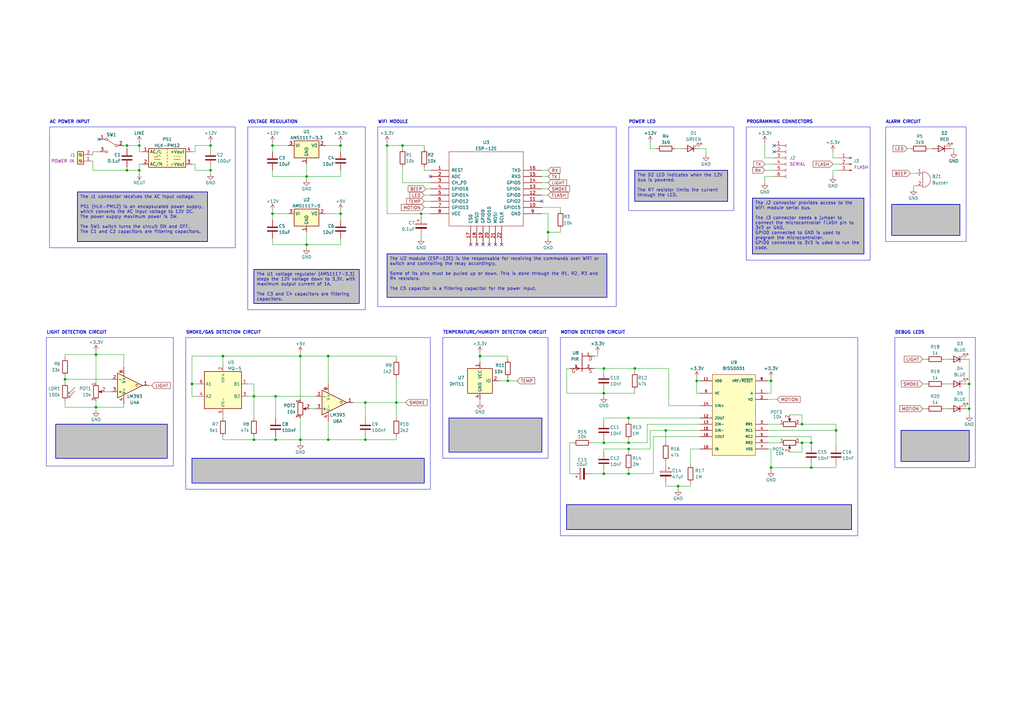
<source format=kicad_sch>
(kicad_sch (version 20230121) (generator eeschema)
  (paper "A3")
  (title_block (title "Sensor Module") (date "2024-06-20") (rev "1.0") (company "Alan Carvalho"))
  (junction (at 111.76 87.63))
  (junction (at 257.81 194.31))
  (junction (at 139.7 59.69))
  (junction (at 273.05 176.53))
  (junction (at 52.07 59.69))
  (junction (at 257.81 181.61))
  (junction (at 52.07 69.85))
  (junction (at 165.1 59.69))
  (junction (at 247.65 194.31))
  (junction (at 224.79 95.25))
  (junction (at 208.28 156.21))
  (junction (at 26.67 155.575))
  (junction (at 316.23 191.77))
  (junction (at 39.37 145.415))
  (junction (at 397.51 157.48))
  (junction (at 196.85 146.05))
  (junction (at 397.51 167.64))
  (junction (at 158.75 59.69))
  (junction (at 342.9 176.53))
  (junction (at 328.93 173.99))
  (junction (at 113.03 162.56))
  (junction (at 257.81 184.15))
  (junction (at 57.15 59.69))
  (junction (at 134.62 146.05))
  (junction (at 125.73 100.33))
  (junction (at 57.15 69.85))
  (junction (at 39.37 167.005))
  (junction (at 332.74 181.61))
  (junction (at 78.74 157.48))
  (junction (at 247.65 161.29))
  (junction (at 316.23 156.21))
  (junction (at 125.73 72.39))
  (junction (at 260.35 151.13))
  (junction (at 111.76 59.69))
  (junction (at 104.14 162.56))
  (junction (at 285.75 156.21))
  (junction (at 278.13 199.39))
  (junction (at 123.19 146.05))
  (junction (at 332.74 191.77))
  (junction (at 257.81 171.45))
  (junction (at 123.19 180.34))
  (junction (at 162.56 165.1))
  (junction (at 247.65 151.13))
  (junction (at 247.65 181.61))
  (junction (at 91.44 146.05))
  (junction (at 172.72 87.63))
  (junction (at 86.36 59.69))
  (junction (at 139.7 87.63))
  (junction (at 328.93 181.61))
  (junction (at 149.86 180.34))
  (junction (at 149.86 165.1))
  (junction (at 86.36 69.85))
  (junction (at 113.03 180.34))
  (junction (at 104.14 180.34))
  (junction (at 134.62 180.34))
  (no_connect (at 317.5 59.69))
  (no_connect (at 205.74 100.33))
  (no_connect (at 198.12 100.33))
  (no_connect (at 317.5 62.23))
  (no_connect (at 193.04 100.33))
  (no_connect (at 200.66 100.33))
  (no_connect (at 203.2 100.33))
  (no_connect (at 40.64 57.15))
  (no_connect (at 222.25 82.55))
  (no_connect (at 195.58 100.33))
  (no_connect (at 176.53 72.39))
  (wire (pts (xy 257.81 171.45) (xy 247.65 171.45)))
  (wire (pts (xy 111.76 97.79) (xy 111.76 100.33)))
  (wire (pts (xy 285.75 161.29) (xy 285.75 156.21)))
  (wire (pts (xy 113.03 180.34) (xy 104.14 180.34)))
  (wire (pts (xy 247.65 184.15) (xy 257.81 184.15)))
  (wire (pts (xy 257.81 194.31) (xy 267.97 194.31)))
  (wire (pts (xy 104.14 157.48) (xy 104.14 162.56)))
  (wire (pts (xy 78.74 162.56) (xy 81.28 162.56)))
  (wire (pts (xy 91.44 146.05) (xy 91.44 149.86)))
  (wire (pts (xy 81.28 157.48) (xy 78.74 157.48)))
  (wire (pts (xy 196.85 163.83) (xy 196.85 165.1)))
  (wire (pts (xy 332.74 190.5) (xy 332.74 191.77)))
  (wire (pts (xy 78.74 146.05) (xy 78.74 157.48)))
  (wire (pts (xy 222.25 74.93) (xy 224.79 74.93)))
  (wire (pts (xy 162.56 180.34) (xy 149.86 180.34)))
  (wire (pts (xy 274.32 166.37) (xy 287.02 166.37)))
  (wire (pts (xy 314.96 161.29) (xy 316.23 161.29)))
  (wire (pts (xy 39.37 164.465) (xy 39.37 167.005)))
  (wire (pts (xy 323.85 185.42) (xy 328.93 185.42)))
  (wire (pts (xy 125.73 72.39) (xy 111.76 72.39)))
  (wire (pts (xy 387.35 147.32) (xy 388.62 147.32)))
  (wire (pts (xy 229.87 93.98) (xy 229.87 95.25)))
  (wire (pts (xy 52.07 59.69) (xy 57.15 59.69)))
  (wire (pts (xy 26.67 167.005) (xy 39.37 167.005)))
  (wire (pts (xy 224.79 95.25) (xy 229.87 95.25)))
  (wire (pts (xy 50.8 59.69) (xy 52.07 59.69)))
  (wire (pts (xy 139.7 97.79) (xy 139.7 100.33)))
  (wire (pts (xy 313.69 72.39) (xy 317.5 72.39)))
  (wire (pts (xy 314.96 176.53) (xy 342.9 176.53)))
  (wire (pts (xy 139.7 86.36) (xy 139.7 87.63)))
  (wire (pts (xy 232.41 151.13) (xy 232.41 161.29)))
  (wire (pts (xy 332.74 181.61) (xy 332.74 179.07)))
  (wire (pts (xy 224.79 87.63) (xy 222.25 87.63)))
  (wire (pts (xy 149.86 179.07) (xy 149.86 180.34)))
  (wire (pts (xy 91.44 180.34) (xy 104.14 180.34)))
  (wire (pts (xy 173.99 85.09) (xy 176.53 85.09)))
  (wire (pts (xy 222.25 80.01) (xy 224.79 80.01)))
  (wire (pts (xy 327.66 173.99) (xy 328.93 173.99)))
  (wire (pts (xy 57.15 62.23) (xy 58.42 62.23)))
  (wire (pts (xy 91.44 179.07) (xy 91.44 180.34)))
  (wire (pts (xy 173.99 80.01) (xy 176.53 80.01)))
  (wire (pts (xy 341.63 72.39) (xy 341.63 69.85)))
  (wire (pts (xy 372.11 60.96) (xy 373.38 60.96)))
  (wire (pts (xy 283.21 184.15) (xy 287.02 184.15)))
  (wire (pts (xy 57.15 58.42) (xy 57.15 59.69)))
  (wire (pts (xy 173.99 82.55) (xy 176.53 82.55)))
  (wire (pts (xy 86.36 59.69) (xy 86.36 60.96)))
  (wire (pts (xy 39.37 167.005) (xy 39.37 168.275)))
  (wire (pts (xy 57.15 67.31) (xy 58.42 67.31)))
  (wire (pts (xy 26.67 146.685) (xy 26.67 145.415)))
  (wire (pts (xy 222.25 72.39) (xy 224.79 72.39)))
  (wire (pts (xy 314.96 163.83) (xy 318.77 163.83)))
  (wire (pts (xy 196.85 144.78) (xy 196.85 146.05)))
  (wire (pts (xy 342.9 190.5) (xy 342.9 191.77)))
  (wire (pts (xy 111.76 86.36) (xy 111.76 87.63)))
  (wire (pts (xy 38.1 66.04) (xy 38.1 69.85)))
  (wire (pts (xy 134.62 146.05) (xy 123.19 146.05)))
  (wire (pts (xy 316.23 191.77) (xy 332.74 191.77)))
  (wire (pts (xy 26.67 155.575) (xy 26.67 156.845)))
  (wire (pts (xy 378.46 157.48) (xy 379.73 157.48)))
  (wire (pts (xy 342.9 173.99) (xy 342.9 176.53)))
  (wire (pts (xy 52.07 59.69) (xy 52.07 60.96)))
  (wire (pts (xy 208.28 146.05) (xy 196.85 146.05)))
  (wire (pts (xy 313.69 64.77) (xy 317.5 64.77)))
  (wire (pts (xy 247.65 161.29) (xy 247.65 162.56)))
  (wire (pts (xy 257.81 171.45) (xy 257.81 172.72)))
  (wire (pts (xy 285.75 154.94) (xy 285.75 156.21)))
  (wire (pts (xy 173.99 69.85) (xy 173.99 68.58)))
  (wire (pts (xy 50.8 167.005) (xy 39.37 167.005)))
  (wire (pts (xy 174.625 77.47) (xy 176.53 77.47)))
  (wire (pts (xy 245.11 146.05) (xy 245.11 144.78)))
  (wire (pts (xy 50.8 145.415) (xy 50.8 150.495)))
  (wire (pts (xy 101.6 162.56) (xy 104.14 162.56)))
  (wire (pts (xy 341.63 69.85) (xy 344.17 69.85)))
  (wire (pts (xy 39.37 145.415) (xy 39.37 156.845)))
  (wire (pts (xy 113.03 179.07) (xy 113.03 180.34)))
  (wire (pts (xy 313.69 74.93) (xy 313.69 72.39)))
  (wire (pts (xy 113.03 162.56) (xy 129.54 162.56)))
  (wire (pts (xy 266.7 176.53) (xy 266.7 184.15)))
  (wire (pts (xy 162.56 165.1) (xy 166.37 165.1)))
  (wire (pts (xy 287.02 161.29) (xy 285.75 161.29)))
  (wire (pts (xy 111.76 59.69) (xy 118.11 59.69)))
  (wire (pts (xy 289.56 60.96) (xy 289.56 63.5)))
  (wire (pts (xy 86.36 59.69) (xy 86.36 58.42)))
  (wire (pts (xy 162.56 179.07) (xy 162.56 180.34)))
  (wire (pts (xy 86.36 71.12) (xy 86.36 69.85)))
  (wire (pts (xy 341.63 67.31) (xy 344.17 67.31)))
  (wire (pts (xy 208.28 156.21) (xy 212.09 156.21)))
  (wire (pts (xy 287.02 173.99) (xy 265.43 173.99)))
  (wire (pts (xy 260.35 151.13) (xy 260.35 152.4)))
  (wire (pts (xy 328.93 181.61) (xy 332.74 181.61)))
  (wire (pts (xy 232.41 161.29) (xy 247.65 161.29)))
  (wire (pts (xy 247.65 180.34) (xy 247.65 181.61)))
  (wire (pts (xy 257.81 181.61) (xy 265.43 181.61)))
  (wire (pts (xy 378.46 147.32) (xy 379.73 147.32)))
  (wire (pts (xy 257.81 184.15) (xy 266.7 184.15)))
  (wire (pts (xy 111.76 58.42) (xy 111.76 59.69)))
  (wire (pts (xy 313.69 58.42) (xy 313.69 64.77)))
  (wire (pts (xy 224.79 95.25) (xy 224.79 87.63)))
  (wire (pts (xy 111.76 69.85) (xy 111.76 72.39)))
  (wire (pts (xy 39.37 144.145) (xy 39.37 145.415)))
  (wire (pts (xy 323.85 170.18) (xy 328.93 170.18)))
  (wire (pts (xy 397.51 147.32) (xy 397.51 157.48)))
  (wire (pts (xy 125.73 72.39) (xy 125.73 73.66)))
  (wire (pts (xy 242.57 181.61) (xy 247.65 181.61)))
  (wire (pts (xy 273.05 198.12) (xy 273.05 199.39)))
  (wire (pts (xy 162.56 154.94) (xy 162.56 165.1)))
  (wire (pts (xy 247.65 171.45) (xy 247.65 172.72)))
  (wire (pts (xy 273.05 176.53) (xy 287.02 176.53)))
  (wire (pts (xy 139.7 58.42) (xy 139.7 59.69)))
  (wire (pts (xy 332.74 182.88) (xy 332.74 181.61)))
  (wire (pts (xy 342.9 176.53) (xy 342.9 182.88)))
  (wire (pts (xy 176.53 69.85) (xy 173.99 69.85)))
  (wire (pts (xy 176.53 74.93) (xy 165.1 74.93)))
  (wire (pts (xy 149.86 180.34) (xy 134.62 180.34)))
  (wire (pts (xy 283.21 190.5) (xy 283.21 184.15)))
  (wire (pts (xy 104.14 162.56) (xy 104.14 171.45)))
  (wire (pts (xy 123.19 180.34) (xy 113.03 180.34)))
  (wire (pts (xy 397.51 157.48) (xy 397.51 167.64)))
  (wire (pts (xy 327.66 181.61) (xy 328.93 181.61)))
  (wire (pts (xy 316.23 184.15) (xy 314.96 184.15)))
  (wire (pts (xy 247.65 151.13) (xy 243.84 151.13)))
  (wire (pts (xy 396.24 147.32) (xy 397.51 147.32)))
  (wire (pts (xy 260.35 151.13) (xy 274.32 151.13)))
  (wire (pts (xy 139.7 87.63) (xy 133.35 87.63)))
  (wire (pts (xy 172.72 96.52) (xy 172.72 97.79)))
  (wire (pts (xy 287.02 60.96) (xy 289.56 60.96)))
  (wire (pts (xy 222.25 77.47) (xy 224.79 77.47)))
  (wire (pts (xy 125.73 95.25) (xy 125.73 100.33)))
  (wire (pts (xy 80.01 67.31) (xy 78.74 67.31)))
  (wire (pts (xy 165.1 74.93) (xy 165.1 68.58)))
  (wire (pts (xy 287.02 179.07) (xy 267.97 179.07)))
  (wire (pts (xy 314.96 179.07) (xy 332.74 179.07)))
  (wire (pts (xy 39.37 145.415) (xy 50.8 145.415)))
  (wire (pts (xy 257.81 184.15) (xy 257.81 185.42)))
  (wire (pts (xy 127 167.64) (xy 129.54 167.64)))
  (wire (pts (xy 208.28 147.32) (xy 208.28 146.05)))
  (wire (pts (xy 387.35 157.48) (xy 388.62 157.48)))
  (wire (pts (xy 80.01 62.23) (xy 78.74 62.23)))
  (wire (pts (xy 234.95 194.31) (xy 233.68 194.31)))
  (wire (pts (xy 134.62 180.34) (xy 123.19 180.34)))
  (wire (pts (xy 43.18 160.655) (xy 45.72 160.655)))
  (wire (pts (xy 162.56 165.1) (xy 162.56 171.45)))
  (wire (pts (xy 123.19 144.78) (xy 123.19 146.05)))
  (wire (pts (xy 283.21 199.39) (xy 283.21 198.12)))
  (wire (pts (xy 381 60.96) (xy 382.27 60.96)))
  (wire (pts (xy 233.68 151.13) (xy 232.41 151.13)))
  (wire (pts (xy 391.16 62.23) (xy 391.16 60.96)))
  (wire (pts (xy 139.7 90.17) (xy 139.7 87.63)))
  (wire (pts (xy 243.84 146.05) (xy 245.11 146.05)))
  (wire (pts (xy 158.75 59.69) (xy 165.1 59.69)))
  (wire (pts (xy 267.97 179.07) (xy 267.97 194.31)))
  (wire (pts (xy 125.73 67.31) (xy 125.73 72.39)))
  (wire (pts (xy 111.76 90.17) (xy 111.76 87.63)))
  (wire (pts (xy 40.64 62.23) (xy 38.1 62.23)))
  (wire (pts (xy 224.79 97.79) (xy 224.79 95.25)))
  (wire (pts (xy 273.05 189.23) (xy 273.05 190.5)))
  (wire (pts (xy 134.62 172.72) (xy 134.62 180.34)))
  (wire (pts (xy 397.51 167.64) (xy 397.51 170.18)))
  (wire (pts (xy 162.56 165.1) (xy 149.86 165.1)))
  (wire (pts (xy 165.1 59.69) (xy 173.99 59.69)))
  (wire (pts (xy 233.68 181.61) (xy 234.95 181.61)))
  (wire (pts (xy 278.13 199.39) (xy 278.13 200.66)))
  (wire (pts (xy 247.65 152.4) (xy 247.65 151.13)))
  (wire (pts (xy 328.93 185.42) (xy 328.93 181.61)))
  (wire (pts (xy 38.1 62.23) (xy 38.1 63.5)))
  (wire (pts (xy 341.63 62.23) (xy 341.63 64.77)))
  (wire (pts (xy 123.19 146.05) (xy 91.44 146.05)))
  (wire (pts (xy 242.57 194.31) (xy 247.65 194.31)))
  (wire (pts (xy 125.73 100.33) (xy 111.76 100.33)))
  (wire (pts (xy 78.74 157.48) (xy 78.74 162.56)))
  (wire (pts (xy 158.75 58.42) (xy 158.75 59.69)))
  (wire (pts (xy 204.47 156.21) (xy 208.28 156.21)))
  (wire (pts (xy 391.16 60.96) (xy 389.89 60.96)))
  (wire (pts (xy 316.23 184.15) (xy 316.23 191.77)))
  (wire (pts (xy 139.7 69.85) (xy 139.7 72.39)))
  (wire (pts (xy 123.19 180.34) (xy 123.19 181.61)))
  (wire (pts (xy 208.28 154.94) (xy 208.28 156.21)))
  (wire (pts (xy 314.96 181.61) (xy 320.04 181.61)))
  (wire (pts (xy 316.23 193.04) (xy 316.23 191.77)))
  (wire (pts (xy 273.05 199.39) (xy 278.13 199.39)))
  (wire (pts (xy 139.7 72.39) (xy 125.73 72.39)))
  (wire (pts (xy 273.05 176.53) (xy 266.7 176.53)))
  (wire (pts (xy 26.67 145.415) (xy 39.37 145.415)))
  (wire (pts (xy 233.68 194.31) (xy 233.68 181.61)))
  (wire (pts (xy 80.01 67.31) (xy 80.01 69.85)))
  (wire (pts (xy 139.7 62.23) (xy 139.7 59.69)))
  (wire (pts (xy 101.6 157.48) (xy 104.14 157.48)))
  (wire (pts (xy 342.9 191.77) (xy 332.74 191.77)))
  (wire (pts (xy 52.07 69.85) (xy 57.15 69.85)))
  (wire (pts (xy 278.13 199.39) (xy 283.21 199.39)))
  (wire (pts (xy 158.75 87.63) (xy 172.72 87.63)))
  (wire (pts (xy 222.25 69.85) (xy 224.79 69.85)))
  (wire (pts (xy 396.24 157.48) (xy 397.51 157.48)))
  (wire (pts (xy 257.81 180.34) (xy 257.81 181.61)))
  (wire (pts (xy 91.44 146.05) (xy 78.74 146.05)))
  (wire (pts (xy 80.01 59.69) (xy 86.36 59.69)))
  (wire (pts (xy 26.67 155.575) (xy 45.72 155.575)))
  (wire (pts (xy 80.01 59.69) (xy 80.01 62.23)))
  (wire (pts (xy 328.93 170.18) (xy 328.93 173.99)))
  (wire (pts (xy 229.87 86.36) (xy 229.87 85.09)))
  (wire (pts (xy 26.67 164.465) (xy 26.67 167.005)))
  (wire (pts (xy 266.7 60.96) (xy 266.7 58.42)))
  (wire (pts (xy 316.23 156.21) (xy 316.23 154.94)))
  (wire (pts (xy 316.23 161.29) (xy 316.23 156.21)))
  (wire (pts (xy 247.65 185.42) (xy 247.65 184.15)))
  (wire (pts (xy 86.36 68.58) (xy 86.36 69.85)))
  (wire (pts (xy 134.62 146.05) (xy 134.62 157.48)))
  (wire (pts (xy 38.1 69.85) (xy 52.07 69.85)))
  (wire (pts (xy 57.15 59.69) (xy 57.15 62.23)))
  (wire (pts (xy 328.93 173.99) (xy 342.9 173.99)))
  (wire (pts (xy 125.73 100.33) (xy 125.73 101.6)))
  (wire (pts (xy 373.38 71.12) (xy 375.92 71.12)))
  (wire (pts (xy 378.46 167.64) (xy 379.73 167.64)))
  (wire (pts (xy 104.14 179.07) (xy 104.14 180.34)))
  (wire (pts (xy 57.15 69.85) (xy 57.15 67.31)))
  (wire (pts (xy 273.05 176.53) (xy 273.05 181.61)))
  (wire (pts (xy 158.75 59.69) (xy 158.75 87.63)))
  (wire (pts (xy 314.96 173.99) (xy 320.04 173.99)))
  (wire (pts (xy 134.62 146.05) (xy 162.56 146.05)))
  (wire (pts (xy 276.86 60.96) (xy 279.4 60.96)))
  (wire (pts (xy 285.75 156.21) (xy 287.02 156.21)))
  (wire (pts (xy 274.32 151.13) (xy 274.32 166.37)))
  (wire (pts (xy 50.8 165.735) (xy 50.8 167.005)))
  (wire (pts (xy 247.65 160.02) (xy 247.65 161.29)))
  (wire (pts (xy 139.7 59.69) (xy 133.35 59.69)))
  (wire (pts (xy 387.35 167.64) (xy 388.62 167.64)))
  (wire (pts (xy 60.96 158.115) (xy 62.23 158.115)))
  (wire (pts (xy 111.76 62.23) (xy 111.76 59.69)))
  (wire (pts (xy 139.7 100.33) (xy 125.73 100.33)))
  (wire (pts (xy 257.81 194.31) (xy 247.65 194.31)))
  (wire (pts (xy 260.35 160.02) (xy 260.35 161.29)))
  (wire (pts (xy 341.63 64.77) (xy 344.17 64.77)))
  (wire (pts (xy 144.78 165.1) (xy 149.86 165.1)))
  (wire (pts (xy 257.81 193.04) (xy 257.81 194.31)))
  (wire (pts (xy 80.01 69.85) (xy 86.36 69.85)))
  (wire (pts (xy 265.43 173.99) (xy 265.43 181.61)))
  (wire (pts (xy 196.85 146.05) (xy 196.85 148.59)))
  (wire (pts (xy 229.87 85.09) (xy 222.25 85.09)))
  (wire (pts (xy 123.19 146.05) (xy 123.19 163.83)))
  (wire (pts (xy 57.15 69.85) (xy 57.15 71.12)))
  (wire (pts (xy 149.86 165.1) (xy 149.86 171.45)))
  (wire (pts (xy 314.96 156.21) (xy 316.23 156.21)))
  (wire (pts (xy 374.65 76.2) (xy 375.92 76.2)))
  (wire (pts (xy 52.07 68.58) (xy 52.07 69.85)))
  (wire (pts (xy 269.24 60.96) (xy 266.7 60.96)))
  (wire (pts (xy 374.65 77.47) (xy 374.65 76.2)))
  (wire (pts (xy 396.24 167.64) (xy 397.51 167.64)))
  (wire (pts (xy 162.56 147.32) (xy 162.56 146.05)))
  (wire (pts (xy 173.99 60.96) (xy 173.99 59.69)))
  (wire (pts (xy 113.03 162.56) (xy 104.14 162.56)))
  (wire (pts (xy 247.65 161.29) (xy 260.35 161.29)))
  (wire (pts (xy 123.19 171.45) (xy 123.19 180.34)))
  (wire (pts (xy 247.65 193.04) (xy 247.65 194.31)))
  (wire (pts (xy 172.72 87.63) (xy 172.72 88.9)))
  (wire (pts (xy 26.67 154.305) (xy 26.67 155.575)))
  (wire (pts (xy 313.69 67.31) (xy 317.5 67.31)))
  (wire (pts (xy 257.81 181.61) (xy 247.65 181.61)))
  (wire (pts (xy 247.65 151.13) (xy 260.35 151.13)))
  (wire (pts (xy 257.81 171.45) (xy 287.02 171.45)))
  (wire (pts (xy 172.72 87.63) (xy 176.53 87.63)))
  (wire (pts (xy 111.76 87.63) (xy 118.11 87.63)))
  (wire (pts (xy 165.1 60.96) (xy 165.1 59.69)))
  (wire (pts (xy 91.44 170.18) (xy 91.44 171.45)))
  (wire (pts (xy 313.69 69.85) (xy 317.5 69.85)))
  (wire (pts (xy 113.03 171.45) (xy 113.03 162.56)))
  (rectangle (start 363.22 52.07) (end 396.24 99.06))
  (rectangle (start 76.2 138.43) (end 176.53 200.66))
  (rectangle (start 19.05 138.43) (end 71.12 191.135))
  (rectangle (start 306.07 52.07) (end 356.87 106.68))
  (rectangle (start 101.6 52.07) (end 149.86 127))
  (rectangle (start 154.94 52.07) (end 252.73 125.73))
  (rectangle (start 181.61 138.43) (end 224.79 187.96))
  (rectangle (start 229.87 138.43) (end 351.79 219.71))
  (rectangle (start 20.32 52.07) (end 96.52 101.6))
  (rectangle (start 257.81 52.07) (end 300.99 86.36))
  (rectangle (start 367.03 138.43) (end 400.05 191.77))
  (text_box "" (at 365.76 83.82 0) (size 27.94 12.7) (stroke (width 0.3)) (fill (type color) (color 194 194 194 1)) (effects (font (size 1.27 1.27)) (justify left top)))
  (text_box "The J1 connector receives the AC input voltage.\n\nPS1 (HLK-PM12) is an encapsulated power supply, which converts the AC input voltage to 12V DC.\nThe power supply maximum power is 3W. \n\nThe SW1 switch turns the circuit ON and OFF. \nThe C1 and C2 capacitors are filtering capacitors." (at 31.75 78.74 0) (size 53.34 20.32) (stroke (width 0.3)) (fill (type color) (color 194 194 194 1)) (effects (font (size 1.27 1.27)) (justify left top)))
  (text_box "The J2 connector provides access to the WiFi module serial bus.\n\nThe J3 connector needs a jumper to connect the microcontroller FLASH pin to 3V3 or GND.\nGPIO0 connected to GND is used to program the microcontroller.\nGPIO0 connected to 3V3 is uded to run the code." (at 308.61 81.28 0) (size 45.72 22.86) (stroke (width 0.3)) (fill (type color) (color 194 194 194 1)) (effects (font (size 1.27 1.27)) (justify left top)))
  (text_box "" (at 22.86 173.99 0) (size 45.72 13.97) (stroke (width 0.3)) (fill (type color) (color 194 194 194 1)) (effects (font (size 1.27 1.27)) (justify left top)))
  (text_box "The D2 LED indicates when the 12V bus is powered.\n\nThe R7 resistor limits the current through the LED." (at 260.35 69.85 0) (size 38.1 12.7) (stroke (width 0.3)) (fill (type color) (color 194 194 194 1)) (effects (font (size 1.27 1.27)) (justify left top)))
  (text_box "The U2 module (ESP-12E) is the responsable for receiving the commands over WiFi or switch and controlling the relay accordingly.\n\nSome of its pins must be pulled up or down. This is done through the R1, R2, R3 and R4 resistors.\n\nThe C5 capacitor is a filtering capacitor for the power input." (at 158.75 104.14 0) (size 90.17 17.78) (stroke (width 0.3)) (fill (type color) (color 194 194 194 1)) (effects (font (size 1.27 1.27)) (justify left top)))
  (text_box "" (at 184.15 171.45 0) (size 38.1 13.97) (stroke (width 0.3)) (fill (type color) (color 194 194 194 1)) (effects (font (size 1.27 1.27)) (justify left top)))
  (text_box "The U1 voltage regulator (AMS1117-3.3) steps the 12V voltage down to 3,3V, with maximum output current of 1A.\n \nThe C3 and C4 capacitors are filtering capacitors." (at 104.14 110.49 0) (size 43.18 13.97) (stroke (width 0.3)) (fill (type color) (color 194 194 194 1)) (effects (font (size 1.27 1.27)) (justify left top)))
  (text_box "" (at 232.41 207.01 0) (size 116.84 10.16) (stroke (width 0.3)) (fill (type color) (color 194 194 194 1)) (effects (font (size 1.27 1.27)) (justify left top)))
  (text_box "" (at 78.74 187.96 0) (size 95.25 10.16) (stroke (width 0.3)) (fill (type color) (color 194 194 194 1)) (effects (font (size 1.27 1.27)) (justify left top)))
  (text_box "" (at 369.57 176.53 0) (size 27.94 12.7) (stroke (width 0.3)) (fill (type color) (color 194 194 194 1)) (effects (font (size 1.27 1.27)) (justify left top)))
  (text "PROGRAMMING CONNECTORS" (at 306.07 50.8 0) (effects (font (size 1.27 1.27) (thickness 0.254) bold) (justify left bottom)))
  (text "POWER LED" (at 257.81 50.8 0) (effects (font (size 1.27 1.27) (thickness 0.254) bold) (justify left bottom)))
  (text "LIGHT DETECTION CIRCUIT" (at 19.05 137.16 0) (effects (font (size 1.27 1.27) (thickness 0.254) bold) (justify left bottom)))
  (text "AC POWER INPUT" (at 20.32 50.8 0) (effects (font (size 1.27 1.27) (thickness 0.254) bold) (justify left bottom)))
  (text "MOTION DETECTION CIRCUIT" (at 229.87 137.16 0) (effects (font (size 1.27 1.27) (thickness 0.254) bold) (justify left bottom)))
  (text "DEBUG LEDS" (at 367.03 137.16 0) (effects (font (size 1.27 1.27) (thickness 0.254) bold) (justify left bottom)))
  (text "SMOKE/GAS DETECTION CIRCUIT" (at 76.2 137.16 0) (effects (font (size 1.27 1.27) (thickness 0.254) bold) (justify left bottom)))
  (text "ALARM CIRCUIT" (at 363.22 50.8 0) (effects (font (size 1.27 1.27) (thickness 0.254) bold) (justify left bottom)))
  (text "WIFI MODULE" (at 154.94 50.8 0) (effects (font (size 1.27 1.27) (thickness 0.254) bold) (justify left bottom)))
  (text "VOLTAGE REGULATION" (at 101.6 50.8 0) (effects (font (size 1.27 1.27) (thickness 0.254) bold) (justify left bottom)))
  (text "TEMPERATURE/HUMIDITY DETECTION CIRCUIT" (at 181.61 137.16 0) (effects (font (size 1.27 1.27) (thickness 0.254) bold) (justify left bottom)))
  (global_label "TX" (shape input) (at 224.79 72.39 0) (property "Intersheetrefs" "${INTERSHEET_REFS}" (effects hide)))
  (global_label "SMOKE" (shape input) (at 224.79 77.47 0) (property "Intersheetrefs" "${INTERSHEET_REFS}" (effects hide)))
  (global_label "TX" (shape input) (at 313.69 67.31 180) (property "Intersheetrefs" "${INTERSHEET_REFS}" (effects hide)))
  (global_label "BEEP" (shape input) (at 174.625 77.47 180) (property "Intersheetrefs" "${INTERSHEET_REFS}" (effects hide)))
  (global_label "BEEP" (shape input) (at 373.38 71.12 180) (property "Intersheetrefs" "${INTERSHEET_REFS}" (effects hide)))
  (global_label "TEMP" (shape input) (at 212.09 156.21 0) (property "Intersheetrefs" "${INTERSHEET_REFS}" (effects hide)))
  (global_label "LIGHT" (shape input) (at 378.46 147.32 180) (property "Intersheetrefs" "${INTERSHEET_REFS}" (effects hide)))
  (global_label "MOTION" (shape input) (at 173.99 85.09 180) (property "Intersheetrefs" "${INTERSHEET_REFS}" (effects hide)))
  (global_label "MOTION" (shape input) (at 378.46 167.64 180) (property "Intersheetrefs" "${INTERSHEET_REFS}" (effects hide)))
  (global_label "LIGHT" (shape input) (at 62.23 158.115 0) (property "Intersheetrefs" "${INTERSHEET_REFS}" (effects hide)))
  (global_label "FLASH" (shape input) (at 341.63 67.31 180) (property "Intersheetrefs" "${INTERSHEET_REFS}" (effects hide)))
  (global_label "LED" (shape input) (at 372.11 60.96 180) (property "Intersheetrefs" "${INTERSHEET_REFS}" (effects hide)))
  (global_label "SMOKE" (shape input) (at 378.46 157.48 180) (property "Intersheetrefs" "${INTERSHEET_REFS}" (effects hide)))
  (global_label "SMOKE" (shape input) (at 166.37 165.1 0) (property "Intersheetrefs" "${INTERSHEET_REFS}" (effects hide)))
  (global_label "MOTION" (shape input) (at 318.77 163.83 0) (property "Intersheetrefs" "${INTERSHEET_REFS}" (effects hide)))
  (global_label "LED" (shape input) (at 173.99 80.01 180) (property "Intersheetrefs" "${INTERSHEET_REFS}" (effects hide)))
  (global_label "TEMP" (shape input) (at 173.99 82.55 180) (property "Intersheetrefs" "${INTERSHEET_REFS}" (effects hide)))
  (global_label "FLASH" (shape input) (at 224.79 80.01 0) (property "Intersheetrefs" "${INTERSHEET_REFS}" (effects hide)))
  (global_label "LIGHT" (shape input) (at 224.79 74.93 0) (property "Intersheetrefs" "${INTERSHEET_REFS}" (effects hide)))
  (global_label "RX" (shape input) (at 313.69 69.85 180) (property "Intersheetrefs" "${INTERSHEET_REFS}" (effects hide)))
  (global_label "RX" (shape input) (at 224.79 69.85 0) (property "Intersheetrefs" "${INTERSHEET_REFS}" (effects hide)))
  (symbol (lib_id "Switch:SW_SPDT") (at 45.72 59.69 0) (mirror y) (unit 1)
    (property "Reference" "SW1" (at 45.72 55.245 0))
    (property "Value" "SW_SPDT" (effects hide))
    (property "Footprint" "MyLibrary:Toggle_Switch_SelfLocking_7x7" (effects hide))
  )
  (symbol (lib_id "Device:C") (at 342.9 186.69 0) (unit 1)
    (property "Reference" "C16" (at 345.44 185.42 0) (effects (justify left)))
    (property "Value" "10nF" (at 345.44 187.96 0) (effects (justify left)))
    (property "Footprint" "Capacitor_SMD:C_0603_1608Metric" (effects hide))
    (property "Voltage" "16V" (effects hide))
  )
  (symbol (lib_id "Device:C_Polarized") (at 238.76 194.31 90) (unit 1)
    (property "Reference" "C13" (at 238.76 188.595 90))
    (property "Value" "10uF" (at 238.76 190.5 90))
    (property "Footprint" "Capacitor_SMD:CP_Elec_5x5.4" (effects hide))
  )
  (symbol (lib_id "power:+12V") (at 111.76 86.36 0) (unit 1)
    (property "Reference" "#PWR08" (effects hide))
    (property "Value" "+12V" (at 111.76 82.55 0))
  )
  (symbol (lib_id "power:+3.3V") (at 39.37 144.145 0) (unit 1)
    (property "Reference" "#PWR01" (effects hide))
    (property "Value" "+3.3V" (at 39.37 140.335 0))
  )
  (symbol (lib_id "Device:R") (at 208.28 151.13 0) (unit 1)
    (property "Reference" "R11" (at 205.105 149.86 0))
    (property "Value" "10k" (at 206.375 152.4 0) (effects (justify right)))
    (property "Footprint" "Resistor_SMD:R_0603_1608Metric" (effects hide))
    (property "Tolerance" "5%" (effects hide))
    (property "Power" "1/10W" (effects hide))
  )
  (symbol (lib_id "power:GND") (at 224.79 97.79 0) (unit 1)
    (property "Reference" "#PWR019" (effects hide))
    (property "Value" "GND" (at 224.79 101.6 0))
  )
  (symbol (lib_id "power:GND") (at 391.16 62.23 0) (unit 1)
    (property "Reference" "#PWR033" (effects hide))
    (property "Value" "GND" (at 391.16 66.04 0))
  )
  (symbol (lib_id "Device:C_Polarized") (at 172.72 92.71 0) (unit 1)
    (property "Reference" "C7" (at 170.18 91.44 0) (effects (justify right)))
    (property "Value" "0.1uF" (at 170.18 93.98 0) (effects (justify right)))
    (property "Footprint" "Capacitor_SMD:C_0603_1608Metric" (effects hide))
    (property "Voltage" "6.3V" (effects hide))
  )
  (symbol (lib_id "Connector:Conn_01x06_Socket") (at 322.58 64.77 0) (unit 1)
    (property "Reference" "J2" (at 323.85 64.77 0) (effects (justify left)))
    (property "Value" "Conn_01x06_Socket" (effects hide))
    (property "Footprint" "Connector_PinHeader_2.54mm:PinHeader_1x06_P2.54mm_Vertical" (effects hide))
    (property "Description" "SERIAL" (at 323.85 67.31 0) (effects (justify left)))
  )
  (symbol (lib_id "Device:R") (at 257.81 176.53 180) (unit 1)
    (property "Reference" "R13" (at 263.144 175.26 0) (effects (justify left)))
    (property "Value" "1M" (at 262.128 177.8 0) (effects (justify left)))
    (property "Footprint" "Resistor_SMD:R_0603_1608Metric" (effects hide))
    (property "Tolerance" "5%" (effects hide))
    (property "Power" "1/10W" (effects hide))
  )
  (symbol (lib_id "power:+3.3V") (at 196.85 144.78 0) (unit 1)
    (property "Reference" "#PWR017" (effects hide))
    (property "Value" "+3.3V" (at 196.85 140.97 0))
  )
  (symbol (lib_id "power:+3.3V") (at 316.23 154.94 0) (unit 1)
    (property "Reference" "#PWR028" (effects hide))
    (property "Value" "+3.3V" (at 316.23 151.13 0))
  )
  (symbol (lib_id "Sensor_Optical:LDR07") (at 26.67 160.655 0) (mirror y) (unit 1)
    (property "Reference" "LDR1" (at 24.765 159.385 0) (effects (justify left)))
    (property "Value" "100k" (at 24.765 161.925 0) (effects (justify left)))
    (property "Footprint" "OptoDevice:R_LDR_5.1x4.3mm_P3.4mm_Vertical" (effects hide))
    (property "Datasheet" "http://www.tme.eu/de/Document/f2e3ad76a925811312d226c31da4cd7e/LDR07.pdf" (effects hide))
  )
  (symbol (lib_id "Device:R") (at 257.81 189.23 0) (mirror y) (unit 1)
    (property "Reference" "R14" (at 263.144 187.96 0) (effects (justify left)))
    (property "Value" "2M" (at 262.255 190.5 0) (effects (justify left)))
    (property "Footprint" "Resistor_SMD:R_0603_1608Metric" (effects hide))
    (property "Tolerance" "5%" (effects hide))
    (property "Power" "1/10W" (effects hide))
  )
  (symbol (lib_id "Device:R") (at 377.19 60.96 270) (unit 1)
    (property "Reference" "R5" (at 377.19 55.88 90))
    (property "Value" "3k9" (at 377.19 58.42 90))
    (property "Footprint" "Resistor_SMD:R_0603_1608Metric" (effects hide))
    (property "Tolerance" "5%" (effects hide))
    (property "Power" "1/10W" (effects hide))
  )
  (symbol (lib_id "Sensor_Gas:MQ-6") (at 91.44 160.02 0) (unit 1)
    (property "Reference" "U5" (at 93.345 148.59 0) (effects (justify left)))
    (property "Value" "MQ-5" (at 93.345 151.13 0) (effects (justify left)))
    (property "Footprint" "Sensor:MQ-6" (effects hide))
    (property "Datasheet" "https://www.winsen-sensor.com/d/files/semiconductor/mq-6.pdf" (effects hide))
  )
  (symbol (lib_id "Connector:Conn_01x03_Pin") (at 349.25 67.31 0) (mirror y) (unit 1)
    (property "Reference" "J3" (at 352.425 66.04 0) (effects (justify left)))
    (property "Value" "Conn_01x03_Socket" (effects hide))
    (property "Footprint" "Connector_PinSocket_2.54mm:PinSocket_1x03_P2.54mm_Vertical" (effects hide))
    (property "Description" "FLASH" (at 356.235 68.58 0) (effects (justify left)))
  )
  (symbol (lib_id "Device:C") (at 111.76 93.98 0) (unit 1)
    (property "Reference" "C5" (at 114.3 92.71 0) (effects (justify left)))
    (property "Value" "10uF" (at 114.3 95.25 0) (effects (justify left)))
    (property "Footprint" "Capacitor_Tantalum_SMD:CP_EIA-3216-18_Kemet-A" (effects hide))
    (property "Voltage" "16V" (effects hide))
  )
  (symbol (lib_id "My_Library:BISS0001") (at 300.99 170.18 0) (unit 1)
    (property "Reference" "U9" (at 300.99 148.59 0))
    (property "Value" "BISS0001" (at 300.99 151.13 0))
    (property "Footprint" "MyLibrary:SOIC127P600X180-16N" (effects hide))
    (property "E2_MAX" "0.0" (effects hide))
    (property "B_NOM" "0.45" (effects hide))
    (property "D_MAX" "10.0" (effects hide))
    (property "E1_NOM" "3.9" (effects hide))
    (property "E1_MIN" "3.9" (effects hide))
    (property "B_MAX" "0.45" (effects hide))
    (property "Description" "\nBISS0001, D203S, MD7133H Passive Infrared (PIR) Sensor Platform Evaluation Expansion Board\n" (effects hide))
    (property "Price" "None" (effects hide))
    (property "D2_MAX" "0.0" (effects hide))
    (property "ENOM" "1.27" (effects hide))
    (property "D_NOM" "10.0" (effects hide))
    (property "L_MAX" "0.5" (effects hide))
    (property "A_MAX" "1.8" (effects hide))
    (property "Package" "None" (effects hide))
    (property "A_NOM" "1.8" (effects hide))
    (property "Check_prices" "https://www.snapeda.com/parts/BISS0001/Shenzhen+Haiwang+Sensor+Co.+Ltd./view-part/?ref=eda" (effects hide))
    (property "A_MIN" "1.8" (effects hide))
    (property "STANDARD" "IPC 7351B" (effects hide))
    (property "SnapEDA_Link" "https://www.snapeda.com/parts/BISS0001/Shenzhen+Haiwang+Sensor+Co.+Ltd./view-part/?ref=snap" (effects hide))
    (property "E_NOM" "6.0" (effects hide))
    (property "B_MIN" "0.45" (effects hide))
    (property "PIN_COUNT" "16.0" (effects hide))
    (property "L_NOM" "0.5" (effects hide))
    (property "MANUFACTURER" "SC Electronics Tech" (effects hide))
    (property "MF" "Shenzhen Haiwang Sensor Co. Ltd." (effects hide))
    (property "A1_MIN" "0.1" (effects hide))
    (property "E1_MAX" "3.9" (effects hide))
    (property "E_MIN" "6.0" (effects hide))
    (property "D_MIN" "10.0" (effects hide))
    (property "MP" "BISS0001" (effects hide))
    (property "L_MIN" "0.5" (effects hide))
    (property "Availability" "Not in stock" (effects hide))
    (property "E_MAX" "6.0" (effects hide))
  )
  (symbol (lib_id "Device:C") (at 247.65 176.53 0) (unit 1)
    (property "Reference" "C11" (at 250.19 175.26 0) (effects (justify left)))
    (property "Value" "10nF" (at 250.19 177.8 0) (effects (justify left)))
    (property "Footprint" "Capacitor_SMD:C_0603_1608Metric" (effects hide))
    (property "Voltage" "16V" (effects hide))
  )
  (symbol (lib_id "power:GND") (at 374.65 77.47 0) (unit 1)
    (property "Reference" "#PWR032" (effects hide))
    (property "Value" "GND" (at 374.65 81.28 0))
  )
  (symbol (lib_id "power:LINE") (at 57.15 58.42 0) (unit 1)
    (property "Reference" "#PWR03" (effects hide))
    (property "Value" "LINE" (at 57.15 54.61 0))
  )
  (symbol (lib_id "power:GND") (at 341.63 72.39 0) (unit 1)
    (property "Reference" "#PWR031" (effects hide))
    (property "Value" "GND" (at 341.63 76.2 0))
  )
  (symbol (lib_id "Device:C_Polarized") (at 273.05 194.31 0) (mirror y) (unit 1)
    (property "Reference" "C14" (at 275.59 193.04 0) (effects (justify right)))
    (property "Value" "47uF" (at 275.59 195.58 0) (effects (justify right)))
    (property "Footprint" "Capacitor_SMD:CP_Elec_5x5.4" (effects hide))
  )
  (symbol (lib_id "power:+3.3V") (at 245.11 144.78 0) (unit 1)
    (property "Reference" "#PWR020" (effects hide))
    (property "Value" "+3.3V" (at 245.11 140.97 0))
  )
  (symbol (lib_id "Device:LED") (at 283.21 60.96 180) (unit 1)
    (property "Reference" "D1" (at 284.48 54.61 0))
    (property "Value" "GREEN" (at 284.48 57.15 0))
    (property "Footprint" "LED_SMD:LED_0603_1608Metric" (effects hide))
    (property "Color" "Green" (effects hide))
  )
  (symbol (lib_id "power:GND") (at 125.73 73.66 0) (unit 1)
    (property "Reference" "#PWR011" (effects hide))
    (property "Value" "GND" (at 125.73 77.47 0))
  )
  (symbol (lib_id "power:GND") (at 172.72 97.79 0) (unit 1)
    (property "Reference" "#PWR016" (effects hide))
    (property "Value" "GND" (at 172.72 101.6 0))
  )
  (symbol (lib_id "Regulator_Linear:AMS1117-3.3") (at 125.73 59.69 0) (unit 1)
    (property "Reference" "U1" (at 125.73 53.975 0))
    (property "Value" "AMS1117-3.3" (at 125.73 56.515 0))
    (property "Footprint" "Package_TO_SOT_SMD:SOT-223-3_TabPin2" (effects hide))
    (property "Datasheet" "http://www.advanced-monolithic.com/pdf/ds1117.pdf" (effects hide))
    (property "Power" "3.3W" (effects hide))
  )
  (symbol (lib_id "Device:R_Potentiometer") (at 123.19 167.64 0) (unit 1)
    (property "Reference" "POT2" (at 121.285 166.37 0) (effects (justify right)))
    (property "Value" "10k" (at 121.285 168.91 0) (effects (justify right)))
    (property "Footprint" "MyLibrary:TRIM_3362P-1-103" (effects hide))
  )
  (symbol (lib_id "Device:LED") (at 386.08 60.96 180) (unit 1)
    (property "Reference" "D2" (at 387.35 54.61 0))
    (property "Value" "RED" (at 387.35 57.15 0))
    (property "Footprint" "LED_THT:LED_D3.0mm" (effects hide))
    (property "Color" "Red" (effects hide))
  )
  (symbol (lib_id "Device:Buzzer") (at 378.46 73.66 0) (unit 1)
    (property "Reference" "BZ1" (at 382.27 72.39 0) (effects (justify left)))
    (property "Value" "Buzzer" (at 382.27 74.93 0) (effects (justify left)))
    (property "Footprint" "Buzzer_Beeper:Buzzer_12x9.5RM7.6" (effects hide))
  )
  (symbol (lib_id "Device:C") (at 139.7 93.98 0) (unit 1)
    (property "Reference" "C6" (at 137.16 92.71 0) (effects (justify right)))
    (property "Value" "10uF" (at 137.16 95.25 0) (effects (justify right)))
    (property "Footprint" "Capacitor_Tantalum_SMD:CP_EIA-3216-18_Kemet-A" (effects hide))
    (property "Voltage" "6.3V" (effects hide))
  )
  (symbol (lib_id "Device:R") (at 229.87 90.17 0) (unit 1)
    (property "Reference" "R3" (at 231.14 88.9 0) (effects (justify left)))
    (property "Value" "10k" (at 231.14 91.44 0) (effects (justify left)))
    (property "Footprint" "Resistor_SMD:R_0603_1608Metric" (effects hide))
    (property "Tolerance" "5%" (effects hide))
    (property "Power" "1/10W" (effects hide))
  )
  (symbol (lib_id "Device:C") (at 113.03 175.26 0) (unit 1)
    (property "Reference" "C8" (at 115.57 173.99 0) (effects (justify left)))
    (property "Value" "100nF" (at 115.57 176.53 0) (effects (justify left)))
    (property "Footprint" "Capacitor_SMD:C_0603_1608Metric" (effects hide))
    (property "Voltage" "16V" (effects hide))
  )
  (symbol (lib_id "Comparator:LM393") (at 137.16 165.1 0) (unit 3)
    (property "Reference" "U6" (effects hide))
    (property "Value" "LM393" (effects hide))
    (property "Footprint" "Package_SO:SOIC-8-1EP_3.9x4.9mm_P1.27mm_EP2.62x3.51mm" (effects hide))
    (property "Datasheet" "http://www.ti.com/lit/ds/symlink/lm393.pdf" (effects hide))
  )
  (symbol (lib_id "Device:R") (at 260.35 156.21 0) (unit 1)
    (property "Reference" "R12" (at 261.62 154.94 0) (effects (justify left)))
    (property "Value" "47k" (at 261.62 157.48 0) (effects (justify left)))
    (property "Footprint" "Resistor_SMD:R_0603_1608Metric" (effects hide))
    (property "Tolerance" "5%" (effects hide))
    (property "Power" "1/10W" (effects hide))
  )
  (symbol (lib_id "Device:R") (at 162.56 175.26 0) (unit 1)
    (property "Reference" "R10" (at 163.83 173.99 0) (effects (justify left)))
    (property "Value" "2k2" (at 167.64 176.53 0) (effects (justify right)))
    (property "Footprint" "Resistor_SMD:R_0603_1608Metric" (effects hide))
    (property "Tolerance" "5%" (effects hide))
    (property "Power" "1/10W" (effects hide))
  )
  (symbol (lib_id "Device:R") (at 91.44 175.26 0) (unit 1)
    (property "Reference" "R7" (at 88.265 173.99 0))
    (property "Value" "5k1" (at 89.535 176.53 0) (effects (justify right)))
    (property "Footprint" "Resistor_SMD:R_0603_1608Metric" (effects hide))
    (property "Tolerance" "5%" (effects hide))
    (property "Power" "1/10W" (effects hide))
  )
  (symbol (lib_id "Device:R") (at 165.1 64.77 0) (unit 1)
    (property "Reference" "R1" (at 166.37 63.5 0) (effects (justify left)))
    (property "Value" "10k" (at 166.37 66.04 0) (effects (justify left)))
    (property "Footprint" "Resistor_SMD:R_0603_1608Metric" (effects hide))
    (property "Tolerance" "5%" (effects hide))
    (property "Power" "1/10W" (effects hide))
  )
  (symbol (lib_id "Device:R") (at 26.67 150.495 0) (unit 1)
    (property "Reference" "R6" (at 23.495 149.225 0))
    (property "Value" "33k" (at 24.765 151.765 0) (effects (justify right)))
    (property "Footprint" "Resistor_SMD:R_0603_1608Metric" (effects hide))
    (property "Tolerance" "5%" (effects hide))
    (property "Power" "1/10W" (effects hide))
  )
  (symbol (lib_id "Device:C") (at 247.65 189.23 0) (mirror x) (unit 1)
    (property "Reference" "C12" (at 250.19 187.96 0) (effects (justify left)))
    (property "Value" "10nF" (at 250.19 190.5 0) (effects (justify left)))
    (property "Footprint" "Capacitor_SMD:C_0603_1608Metric" (effects hide))
    (property "Voltage" "16V" (effects hide))
  )
  (symbol (lib_id "power:GND") (at 86.36 71.12 0) (unit 1)
    (property "Reference" "#PWR06" (effects hide))
    (property "Value" "GND" (at 86.36 74.93 0))
  )
  (symbol (lib_id "My_Library:PIR_Sensor") (at 238.76 148.59 0) (unit 1)
    (property "Reference" "U8" (at 237.49 144.78 0) (effects (justify right)))
    (property "Value" "PIR" (at 237.49 147.32 0) (effects (justify right)))
    (property "Footprint" "MyLibrary:TO5" (effects hide))
    (property "MF" "Zilog" (effects hide))
    (property "Description" "\nSensor PIR (Passive Infrared) - Motion Sensing TO-5-3 Lens Top Metal Can\n" (effects hide))
    (property "Package" "TO-5-3 Zilog" (effects hide))
    (property "Price" "None" (effects hide))
    (property "SnapEDA_Link" "https://www.snapeda.com/parts/ZRE200GE/Zilog/view-part/?ref=snap" (effects hide))
    (property "MP" "ZRE200GE" (effects hide))
    (property "Availability" "In Stock" (effects hide))
    (property "Check_prices" "https://www.snapeda.com/parts/ZRE200GE/Zilog/view-part/?ref=eda" (effects hide))
  )
  (symbol (lib_id "power:GND") (at 316.23 193.04 0) (unit 1)
    (property "Reference" "#PWR029" (effects hide))
    (property "Value" "GND" (at 316.23 196.85 0))
  )
  (symbol (lib_id "Device:R") (at 383.54 167.64 270) (unit 1)
    (property "Reference" "R20" (at 383.54 162.56 90))
    (property "Value" "1k" (at 383.54 165.1 90))
    (property "Footprint" "Resistor_SMD:R_0603_1608Metric" (effects hide))
    (property "Tolerance" "5%" (effects hide))
    (property "Power" "1/10W" (effects hide))
  )
  (symbol (lib_id "Device:R") (at 162.56 151.13 0) (unit 1)
    (property "Reference" "R9" (at 159.385 149.86 0))
    (property "Value" "1k2" (at 160.655 152.4 0) (effects (justify right)))
    (property "Footprint" "Resistor_SMD:R_0603_1608Metric" (effects hide))
    (property "Tolerance" "5%" (effects hide))
    (property "Power" "1/10W" (effects hide))
  )
  (symbol (lib_id "Device:R") (at 238.76 181.61 270) (unit 1)
    (property "Reference" "R15" (at 238.76 177.165 90))
    (property "Value" "10k" (at 238.76 179.07 90))
    (property "Footprint" "Resistor_SMD:R_0603_1608Metric" (effects hide))
    (property "Tolerance" "5%" (effects hide))
    (property "Power" "1/10W" (effects hide))
  )
  (symbol (lib_id "Device:R") (at 283.21 194.31 180) (unit 1)
    (property "Reference" "R17" (at 287.02 193.04 0))
    (property "Value" "1M" (at 285.115 195.58 0) (effects (justify right)))
    (property "Footprint" "Resistor_SMD:R_0603_1608Metric" (effects hide))
    (property "Tolerance" "5%" (effects hide))
    (property "Power" "1/10W" (effects hide))
  )
  (symbol (lib_id "Device:R") (at 104.14 175.26 0) (unit 1)
    (property "Reference" "R8" (at 100.965 173.99 0))
    (property "Value" "47k" (at 102.235 176.53 0) (effects (justify right)))
    (property "Footprint" "Resistor_SMD:R_0603_1608Metric" (effects hide))
    (property "Tolerance" "5%" (effects hide))
    (property "Power" "1/10W" (effects hide))
  )
  (symbol (lib_id "Converter_ACDC:HLK-PM12") (at 68.58 64.77 0) (unit 1)
    (property "Reference" "PS1" (at 68.58 57.15 0))
    (property "Value" "HLK-PM12" (at 68.58 59.69 0))
    (property "Footprint" "Converter_ACDC:Converter_ACDC_HiLink_HLK-PMxx" (effects hide))
    (property "Datasheet" "https://datasheet.lcsc.com/lcsc/1909111105_HI-LINK-HLK-PM24_C399250.pdf" (effects hide))
    (property "Power" "3W" (effects hide))
  )
  (symbol (lib_id "Device:C") (at 52.07 64.77 0) (unit 1)
    (property "Reference" "C1" (at 49.53 63.5 0) (effects (justify right)))
    (property "Value" "0.1uF" (at 49.53 66.04 0) (effects (justify right)))
    (property "Footprint" "Capacitor_THT:C_Rect_L18.0mm_W6.0mm_P15.00mm_FKS3_FKP3" (effects hide))
    (property "Voltage" "275V" (effects hide))
  )
  (symbol (lib_id "Device:C") (at 332.74 186.69 0) (unit 1)
    (property "Reference" "C15" (at 335.28 185.42 0) (effects (justify left)))
    (property "Value" "10nF" (at 335.28 187.96 0) (effects (justify left)))
    (property "Footprint" "Capacitor_SMD:C_0603_1608Metric" (effects hide))
    (property "Voltage" "16V" (effects hide))
  )
  (symbol (lib_id "power:GND") (at 123.19 181.61 0) (unit 1)
    (property "Reference" "#PWR010" (effects hide))
    (property "Value" "GND" (at 123.19 185.42 0))
  )
  (symbol (lib_id "power:NEUT") (at 57.15 71.12 180) (unit 1)
    (property "Reference" "#PWR04" (effects hide))
    (property "Value" "NEUT" (at 57.15 74.93 0))
  )
  (symbol (lib_id "Device:C") (at 111.76 66.04 0) (unit 1)
    (property "Reference" "C3" (at 114.3 64.77 0) (effects (justify left)))
    (property "Value" "10uF" (at 114.3 67.31 0) (effects (justify left)))
    (property "Footprint" "Capacitor_Tantalum_SMD:CP_EIA-3216-18_Kemet-A" (effects hide))
    (property "Voltage" "16V" (effects hide))
  )
  (symbol (lib_id "power:GND") (at 397.51 170.18 0) (unit 1)
    (property "Reference" "#PWR034" (effects hide))
    (property "Value" "GND" (at 397.51 173.99 0))
  )
  (symbol (lib_id "power:+3.3V") (at 313.69 58.42 0) (unit 1)
    (property "Reference" "#PWR026" (effects hide))
    (property "Value" "+3.3V" (at 313.69 54.61 0))
  )
  (symbol (lib_id "ESP8266:ESP-12E") (at 199.39 77.47 0) (unit 1)
    (property "Reference" "U3" (at 199.39 58.42 0))
    (property "Value" "ESP-12E" (at 199.39 60.96 0))
    (property "Footprint" "ESP8266:ESP-12E_SMD" (effects hide))
    (property "Datasheet" "https://components101.com/sites/default/files/2021-09/ESP12E-Datasheet.pdf" (effects hide))
  )
  (symbol (lib_id "Device:C") (at 139.7 66.04 0) (unit 1)
    (property "Reference" "C4" (at 137.16 64.77 0) (effects (justify right)))
    (property "Value" "10uF" (at 137.16 67.31 0) (effects (justify right)))
    (property "Footprint" "Capacitor_Tantalum_SMD:CP_EIA-3216-18_Kemet-A" (effects hide))
    (property "Voltage" "6.3V" (effects hide))
  )
  (symbol (lib_id "Device:R") (at 273.05 60.96 270) (unit 1)
    (property "Reference" "R4" (at 273.05 55.88 90))
    (property "Value" "3k9" (at 273.05 58.42 90))
    (property "Footprint" "Resistor_SMD:R_0603_1608Metric" (effects hide))
    (property "Tolerance" "5%" (effects hide))
    (property "Power" "1/10W" (effects hide))
  )
  (symbol (lib_id "Sensor:DHT11") (at 196.85 156.21 0) (unit 1)
    (property "Reference" "U7" (at 190.5 154.94 0) (effects (justify right)))
    (property "Value" "DHT11" (at 190.5 157.48 0) (effects (justify right)))
    (property "Footprint" "MyLibrary:SNR4-2.54-15.5X12.0X5.5MM" (effects hide))
    (property "Datasheet" "http://akizukidenshi.com/download/ds/aosong/DHT11.pdf" (effects hide))
  )
  (symbol (lib_id "power:+12V") (at 111.76 58.42 0) (unit 1)
    (property "Reference" "#PWR07" (effects hide))
    (property "Value" "+12V" (at 111.76 54.61 0))
  )
  (symbol (lib_id "Device:R") (at 173.99 64.77 0) (unit 1)
    (property "Reference" "R2" (at 175.26 63.5 0) (effects (justify left)))
    (property "Value" "10k" (at 175.26 66.04 0) (effects (justify left)))
    (property "Footprint" "Resistor_SMD:R_0603_1608Metric" (effects hide))
    (property "Tolerance" "5%" (effects hide))
    (property "Power" "1/10W" (effects hide))
  )
  (symbol (lib_id "Regulator_Linear:AMS1117-3.3") (at 125.73 87.63 0) (unit 1)
    (property "Reference" "U2" (at 125.73 81.915 0))
    (property "Value" "AMS1117-5" (at 125.73 84.455 0))
    (property "Footprint" "Package_TO_SOT_SMD:SOT-223-3_TabPin2" (effects hide))
    (property "Datasheet" "http://www.advanced-monolithic.com/pdf/ds1117.pdf" (effects hide))
    (property "Power" "3.3W" (effects hide))
  )
  (symbol (lib_id "Device:R_Potentiometer") (at 39.37 160.655 0) (unit 1)
    (property "Reference" "POT1" (at 37.465 159.385 0) (effects (justify right)))
    (property "Value" "10k" (at 37.465 161.925 0) (effects (justify right)))
    (property "Footprint" "MyLibrary:TRIM_3362P-1-103" (effects hide))
  )
  (symbol (lib_id "power:GND") (at 313.69 74.93 0) (unit 1)
    (property "Reference" "#PWR027" (effects hide))
    (property "Value" "GND" (at 313.69 78.74 0))
  )
  (symbol (lib_id "Device:C") (at 247.65 156.21 0) (unit 1)
    (property "Reference" "C10" (at 250.19 154.94 0) (effects (justify left)))
    (property "Value" "10nF" (at 250.19 157.48 0) (effects (justify left)))
    (property "Footprint" "Capacitor_SMD:C_0603_1608Metric" (effects hide))
    (property "Voltage" "16V" (effects hide))
  )
  (symbol (lib_id "power:GND") (at 247.65 162.56 0) (unit 1)
    (property "Reference" "#PWR021" (effects hide))
    (property "Value" "GND" (at 247.65 166.37 0))
  )
  (symbol (lib_id "power:GND") (at 39.37 168.275 0) (unit 1)
    (property "Reference" "#PWR02" (effects hide))
    (property "Value" "GND" (at 39.37 172.085 0))
  )
  (symbol (lib_id "Device:R_Potentiometer") (at 323.85 181.61 90) (mirror x) (unit 1)
    (property "Reference" "POT4" (at 316.738 184.277 90) (effects (justify right)))
    (property "Value" "10k" (at 318.008 185.928 90) (effects (justify right)))
    (property "Footprint" "MyLibrary:TRIM_3362P-1-103" (effects hide))
  )
  (symbol (lib_id "power:+12V") (at 266.7 58.42 0) (unit 1)
    (property "Reference" "#PWR022" (effects hide))
    (property "Value" "+12V" (at 266.7 54.61 0))
  )
  (symbol (lib_id "power:+5V") (at 123.19 144.78 0) (unit 1)
    (property "Reference" "#PWR09" (effects hide))
    (property "Value" "+5V" (at 123.19 140.97 0))
  )
  (symbol (lib_id "power:+3.3V") (at 139.7 58.42 0) (unit 1)
    (property "Reference" "#PWR013" (effects hide))
    (property "Value" "+3.3V" (at 139.7 54.61 0))
  )
  (symbol (lib_id "Device:R") (at 383.54 157.48 270) (unit 1)
    (property "Reference" "R19" (at 383.54 152.4 90))
    (property "Value" "1k" (at 383.54 154.94 90))
    (property "Footprint" "Resistor_SMD:R_0603_1608Metric" (effects hide))
    (property "Tolerance" "5%" (effects hide))
    (property "Power" "1/10W" (effects hide))
  )
  (symbol (lib_id "Device:R") (at 273.05 185.42 0) (mirror y) (unit 1)
    (property "Reference" "R16" (at 276.86 184.15 0))
    (property "Value" "47k" (at 276.86 186.69 0))
    (property "Footprint" "Resistor_SMD:R_0603_1608Metric" (effects hide))
    (property "Tolerance" "5%" (effects hide))
    (property "Power" "1/10W" (effects hide))
  )
  (symbol (lib_id "power:GND") (at 278.13 200.66 0) (unit 1)
    (property "Reference" "#PWR023" (effects hide))
    (property "Value" "GND" (at 278.13 204.47 0))
  )
  (symbol (lib_id "Comparator:LM393") (at 53.34 158.115 0) (mirror x) (unit 1)
    (property "Reference" "U4" (at 55.245 165.1 0))
    (property "Value" "LM393" (at 55.245 162.56 0))
    (property "Footprint" "Package_SO:SOIC-8-1EP_3.9x4.9mm_P1.27mm_EP2.62x3.51mm" (effects hide))
    (property "Datasheet" "http://www.ti.com/lit/ds/symlink/lm393.pdf" (effects hide))
  )
  (symbol (lib_id "Comparator:LM393") (at 137.16 165.1 0) (mirror x) (unit 1)
    (property "Reference" "U6" (at 138.43 172.72 0))
    (property "Value" "LM393" (at 138.43 170.18 0))
    (property "Footprint" "Package_SO:SOIC-8-1EP_3.9x4.9mm_P1.27mm_EP2.62x3.51mm" (effects hide))
    (property "Datasheet" "http://www.ti.com/lit/ds/symlink/lm393.pdf" (effects hide))
  )
  (symbol (lib_id "power:GND") (at 289.56 63.5 0) (unit 1)
    (property "Reference" "#PWR025" (effects hide))
    (property "Value" "GND" (at 289.56 67.31 0))
  )
  (symbol (lib_id "Device:C") (at 149.86 175.26 0) (unit 1)
    (property "Reference" "C9" (at 152.4 173.99 0) (effects (justify left)))
    (property "Value" "100nF" (at 152.4 176.53 0) (effects (justify left)))
    (property "Footprint" "Capacitor_SMD:C_0603_1608Metric" (effects hide))
    (property "Voltage" "16V" (effects hide))
  )
  (symbol (lib_id "Device:R") (at 383.54 147.32 270) (unit 1)
    (property "Reference" "R18" (at 383.54 142.24 90))
    (property "Value" "1k" (at 383.54 144.78 90))
    (property "Footprint" "Resistor_SMD:R_0603_1608Metric" (effects hide))
    (property "Tolerance" "5%" (effects hide))
    (property "Power" "1/10W" (effects hide))
  )
  (symbol (lib_id "Device:C") (at 86.36 64.77 0) (unit 1)
    (property "Reference" "C2" (at 88.9 63.5 0) (effects (justify left)))
    (property "Value" "100uF" (at 88.9 66.04 0) (effects (justify left)))
    (property "Footprint" "Capacitor_SMD:CP_Elec_6.3x7.7" (effects hide))
    (property "Voltage" "16V" (effects hide))
  )
  (symbol (lib_id "Connector:Screw_Terminal_01x02") (at 33.02 66.04 180) (unit 1)
    (property "Reference" "J1" (at 28.575 63.5 0) (effects (justify right)))
    (property "Value" "Screw_Terminal_01x02" (effects hide))
    (property "Footprint" "TerminalBlock_Phoenix:TerminalBlock_Phoenix_MKDS-1,5-2-5.08_1x02_P5.08mm_Horizontal" (effects hide))
    (property "Description" "POWER IN" (at 20.955 66.04 0) (effects (justify right)))
  )
  (symbol (lib_id "Device:LED") (at 392.43 147.32 180) (unit 1)
    (property "Reference" "D3" (at 393.7 140.97 0))
    (property "Value" "BLUE" (at 393.7 143.51 0))
    (property "Footprint" "LED_SMD:LED_0603_1608Metric" (effects hide))
    (property "Color" "Blue" (effects hide))
  )
  (symbol (lib_id "Device:LED") (at 392.43 157.48 180) (unit 1)
    (property "Reference" "D4" (at 393.7 151.13 0))
    (property "Value" "BLUE" (at 393.7 153.67 0))
    (property "Footprint" "LED_SMD:LED_0603_1608Metric" (effects hide))
    (property "Color" "Blue" (effects hide))
  )
  (symbol (lib_id "power:+3.3V") (at 158.75 58.42 0) (unit 1)
    (property "Reference" "#PWR015" (effects hide))
    (property "Value" "+3.3V" (at 158.75 54.61 0))
  )
  (symbol (lib_id "Device:R_Potentiometer") (at 323.85 173.99 90) (unit 1)
    (property "Reference" "POT3" (at 315.849 169.037 90) (effects (justify right)))
    (property "Value" "10k" (at 316.992 170.942 90) (effects (justify right)))
    (property "Footprint" "MyLibrary:TRIM_3362P-1-103" (effects hide))
  )
  (symbol (lib_id "power:+12V") (at 86.36 58.42 0) (unit 1)
    (property "Reference" "#PWR05" (effects hide))
    (property "Value" "+12V" (at 86.36 54.61 0))
  )
  (symbol (lib_id "Device:LED") (at 392.43 167.64 180) (unit 1)
    (property "Reference" "D5" (at 393.7 161.29 0))
    (property "Value" "BLUE" (at 393.7 163.83 0))
    (property "Footprint" "LED_SMD:LED_0603_1608Metric" (effects hide))
    (property "Color" "Blue" (effects hide))
  )
  (symbol (lib_id "power:GND") (at 125.73 101.6 0) (unit 1)
    (property "Reference" "#PWR012" (effects hide))
    (property "Value" "GND" (at 125.73 105.41 0))
  )
  (symbol (lib_id "Comparator:LM393") (at 53.34 158.115 0) (unit 3)
    (property "Reference" "U4" (effects hide))
    (property "Value" "LM393" (effects hide))
    (property "Datasheet" "http://www.ti.com/lit/ds/symlink/lm393.pdf" (effects hide))
  )
  (symbol (lib_id "power:+3.3V") (at 341.63 62.23 0) (unit 1)
    (property "Reference" "#PWR030" (effects hide))
    (property "Value" "+3.3V" (at 341.63 58.42 0))
  )
  (symbol (lib_id "power:+3.3V") (at 285.75 154.94 0) (unit 1)
    (property "Reference" "#PWR024" (effects hide))
    (property "Value" "+3.3V" (at 285.75 151.13 0))
  )
  (symbol (lib_id "power:+5V") (at 139.7 86.36 0) (unit 1)
    (property "Reference" "#PWR014" (effects hide))
    (property "Value" "+5V" (at 139.7 82.55 0))
  )
  (symbol (lib_id "power:GND") (at 196.85 165.1 0) (unit 1)
    (property "Reference" "#PWR018" (effects hide))
    (property "Value" "GND" (at 196.85 168.91 0))
  )
)
</source>
